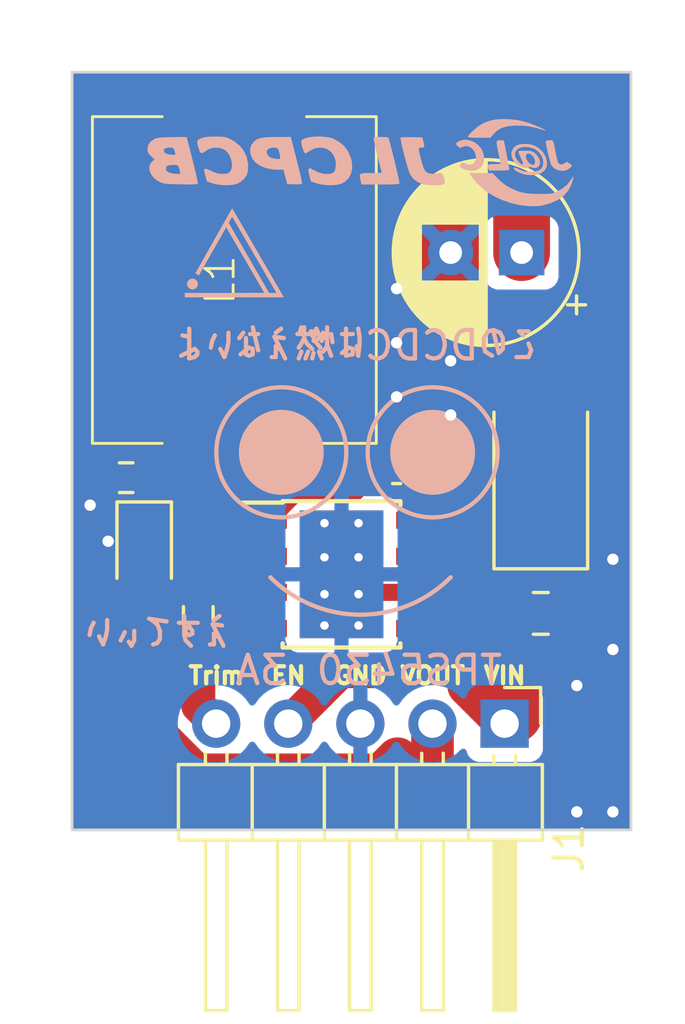
<source format=kicad_pcb>
(kicad_pcb (version 20221018) (generator pcbnew)
  (layers (0 "F.Cu" signal) (31 "B.Cu" signal) (34 "B.Paste" user) (35 "F.Paste" user) (36 "B.SilkS" user "B.Silkscreen") (37 "F.SilkS" user "F.Silkscreen") (38 "B.Mask" user) (39 "F.Mask" user) (44 "Edge.Cuts" user))
  (net 0 "")
  (net 1 "VDD")
  (net 2 "GND")
  (net 3 "Net-(U1-BOOT)")
  (net 4 "Net-(D1-K)")
  (net 5 "VOUT")
  (net 6 "Net-(D2-K)")
  (net 7 "EN")
  (net 10 "Trim")
  (footprint "Diode_SMD:D_SMA" (layer "F.Cu") (at 119.38 69.215 90)
    (fp_text reference "D1" hide)
    (fp_text value "SS34" hide)
    (pad "1" smd roundrect (at -2 0 90) (size 2.5 1.8) (layers "F.Cu" "F.Paste" "F.Mask") (roundrect_rratio 0.1388888889) (net 4 "Net-(D1-K)"))
    (pad "2" smd roundrect (at 2 0 90) (size 2.5 1.8) (layers "F.Cu" "F.Paste" "F.Mask") (roundrect_rratio 0.1388888889) (net 2 "GND"))
  )
  (footprint "Package_SO:TI_SO-PowerPAD-8_ThermalVias" (layer "F.Cu") (at 112.36 72.92)
    (fp_text reference "U1" hide)
    (fp_text value "TPS5430DDA" hide)
    (pad "1" smd rect (at -2.7 -1.905) (size 1.55 0.6) (layers "F.Cu" "F.Paste" "F.Mask") (net 3 "Net-(U1-BOOT)"))
    (pad "2" smd rect (at -2.7 -0.635) (size 1.55 0.6) (layers "F.Cu" "F.Paste" "F.Mask"))
    (pad "3" smd rect (at -2.7 0.635) (size 1.55 0.6) (layers "F.Cu" "F.Paste" "F.Mask"))
    (pad "4" smd rect (at -2.7 1.905) (size 1.55 0.6) (layers "F.Cu" "F.Paste" "F.Mask") (net 10 "Trim"))
    (pad "5" smd rect (at 2.7 1.905) (size 1.55 0.6) (layers "F.Cu" "F.Paste" "F.Mask") (net 7 "EN"))
    (pad "6" smd rect (at 2.7 0.635) (size 1.55 0.6) (layers "F.Cu" "F.Paste" "F.Mask") (net 2 "GND"))
    (pad "7" smd rect (at 2.7 -0.635) (size 1.55 0.6) (layers "F.Cu" "F.Paste" "F.Mask") (net 1 "VDD"))
    (pad "8" smd rect (at 2.7 -1.905) (size 1.55 0.6) (layers "F.Cu" "F.Paste" "F.Mask") (net 4 "Net-(D1-K)"))
    (pad "9" thru_hole circle (at -0.6 -1.8) (size 0.6 0.6) (drill 0.3) (layers "*.Cu") (net 2 "GND"))
    (pad "9" thru_hole circle (at -0.6 -0.6) (size 0.6 0.6) (drill 0.3) (layers "*.Cu") (net 2 "GND"))
    (pad "9" thru_hole circle (at -0.6 0.7) (size 0.6 0.6) (drill 0.3) (layers "*.Cu") (net 2 "GND"))
    (pad "9" thru_hole circle (at -0.6 1.8) (size 0.6 0.6) (drill 0.3) (layers "*.Cu") (net 2 "GND"))
    (pad "9" smd rect (at 0 0) (size 2.6 3.1) (layers "F.Cu" "F.Paste" "F.Mask") (net 2 "GND"))
    (pad "9" smd rect (at 0 0) (size 2.95 4.5) (layers "F.Cu") (net 2 "GND"))
    (pad "9" smd rect (at 0 0) (size 2.95 4.5) (layers "B.Cu") (net 2 "GND"))
    (pad "9" thru_hole circle (at 0.6 -1.8) (size 0.6 0.6) (drill 0.3) (layers "*.Cu") (net 2 "GND"))
    (pad "9" thru_hole circle (at 0.6 -0.6) (size 0.6 0.6) (drill 0.3) (layers "*.Cu") (net 2 "GND"))
    (pad "9" thru_hole circle (at 0.6 0.7) (size 0.6 0.6) (drill 0.3) (layers "*.Cu") (net 2 "GND"))
    (pad "9" thru_hole circle (at 0.6 1.8) (size 0.6 0.6) (drill 0.3) (layers "*.Cu") (net 2 "GND"))
  )
  (footprint "Capacitor_SMD:C_0805_2012Metric" (layer "F.Cu") (at 119.38 74.295)
    (fp_text reference "C1" hide)
    (fp_text value "10u" hide)
    (pad "1" smd roundrect (at -0.95 0) (size 1 1.45) (layers "F.Cu" "F.Paste" "F.Mask") (net 1 "VDD"))
    (pad "2" smd roundrect (at 0.95 0) (size 1 1.45) (layers "F.Cu" "F.Paste" "F.Mask") (net 2 "GND"))
  )
  (footprint "Resistor_SMD:R_0603_1608Metric" (layer "F.Cu") (at 107.315 74.295 -90)
    (fp_text reference "R1" hide)
    (fp_text value "10k" hide)
    (pad "1" smd roundrect (at -0.825 0 270) (size 0.8 0.95) (layers "F.Cu" "F.Paste" "F.Mask") (net 5 "VOUT"))
    (pad "2" smd roundrect (at 0.825 0 270) (size 0.8 0.95) (layers "F.Cu" "F.Paste" "F.Mask") (net 10 "Trim"))
  )
  (footprint "Capacitor_SMD:C_0603_1608Metric" (layer "F.Cu") (at 114.3 69.215)
    (fp_text reference "C2" hide)
    (fp_text value "0.01u" hide)
    (pad "1" smd roundrect (at -0.775 0) (size 0.9 0.95) (layers "F.Cu" "F.Paste" "F.Mask") (net 3 "Net-(U1-BOOT)"))
    (pad "2" smd roundrect (at 0.775 0) (size 0.9 0.95) (layers "F.Cu" "F.Paste" "F.Mask") (net 4 "Net-(D1-K)"))
  )
  (footprint "LED_SMD:LED_0805_2012Metric" (layer "F.Cu") (at 105.41 72.0575 -90)
    (fp_text reference "D2" hide)
    (fp_text value "LED_green" hide)
    (pad "1" smd roundrect (at -0.9375 0 270) (size 0.975 1.4) (layers "F.Cu" "F.Paste" "F.Mask") (net 6 "Net-(D2-K)"))
    (pad "2" smd roundrect (at 0.9375 0 270) (size 0.975 1.4) (layers "F.Cu" "F.Paste" "F.Mask") (net 5 "VOUT"))
  )
  (footprint "Resistor_SMD:R_0603_1608Metric" (layer "F.Cu") (at 104.775 69.5175 180)
    (fp_text reference "R2" hide)
    (fp_text value "470" hide)
    (pad "1" smd roundrect (at -0.825 0 180) (size 0.8 0.95) (layers "F.Cu" "F.Paste" "F.Mask") (net 6 "Net-(D2-K)"))
    (pad "2" smd roundrect (at 0.825 0 180) (size 0.8 0.95) (layers "F.Cu" "F.Paste" "F.Mask") (net 2 "GND"))
  )
  (footprint "LCSC:FXL1040-220-M" (layer "F.Cu") (at 108.585 62.56 90)
    (fp_text reference "L1" (at 0 -0.5 90 unlocked) (layer "F.SilkS") (effects (font (thickness 0.1))))
    (fp_text value "22u")
    (pad "1" smd roundrect (at 4.75 0 90) (size 4.1 4.1) (layers "F.Cu" "F.Paste" "F.Mask") (net 4 "Net-(D1-K)"))
    (pad "2" smd roundrect (at -4.75 0 90) (size 4.1 4.1) (layers "F.Cu" "F.Paste" "F.Mask") (net 5 "VOUT"))
  )
  (footprint "Capacitor_THT:CP_Radial_D6.3mm_P2.50mm" (layer "F.Cu") (at 118.705 61.595 180)
    (fp_text reference "C3" hide)
    (fp_text value "220u" hide)
    (pad "1" thru_hole rect (at 0 0 180) (size 1.6 1.6) (drill 0.8) (layers "*.Cu" "*.Mask") (net 5 "VOUT"))
    (pad "2" thru_hole circle (at 2.5 0 180) (size 1.6 1.6) (drill 0.8) (layers "*.Cu" "*.Mask") (net 2 "GND"))
  )
  (footprint "Connector_PinHeader_2.54mm:PinHeader_1x05_P2.54mm_Horizontal" (layer "F.Cu") (at 118.105 78.175 -90)
    (fp_text reference "J1" (at 4.385 -2.27 90) (layer "F.SilkS"))
    (fp_text value "Conn_01x05")
    (pad "1" thru_hole rect (at 0 0 270) (size 1.7 1.7) (drill 1) (layers "*.Cu" "*.Mask") (net 1 "VDD"))
    (pad "2" thru_hole oval (at 0 2.54 270) (size 1.7 1.7) (drill 1) (layers "*.Cu" "*.Mask") (net 5 "VOUT"))
    (pad "3" thru_hole oval (at 0 5.08 270) (size 1.7 1.7) (drill 1) (layers "*.Cu" "*.Mask") (net 2 "GND"))
    (pad "4" thru_hole oval (at 0 7.62 270) (size 1.7 1.7) (drill 1) (layers "*.Cu" "*.Mask") (net 7 "EN"))
    (pad "5" thru_hole oval (at 0 10.16 270) (size 1.7 1.7) (drill 1) (layers "*.Cu" "*.Mask") (net 10 "Trim"))
  )
  (footprint "logo:jlcpcb_logo" (layer "B.Cu") (at 113.03 58.42 180)
    (fp_text reference "G***" hide)
    (fp_text value "LOGO" hide)
  )
  (footprint "logo:tuton_logo_small" (layer "B.Cu") (at 108.585 61.595 180)
    (fp_text reference "G***" hide)
    (fp_text value "LOGO" hide)
  )
  (gr_circle (center 115.57 68.625128) (end 114.3 70.530128) (stroke (width 0.15)) (fill none) (layer "B.SilkS"))
  (gr_circle (center 115.57 68.625128) (end 114.150097 68.625128) (stroke (width 0.15)) (fill solid) (layer "B.SilkS"))
  (gr_circle (center 110.239525 68.625128) (end 108.969525 70.530128) (stroke (width 0.15)) (fill none) (layer "B.SilkS"))
  (gr_arc (start 116.205 73.025) (mid 113.03 74.340128) (end 109.855 73.025) (stroke (width 0.15)) (layer "B.SilkS"))
  (gr_circle (center 110.239525 68.625128) (end 108.819622 68.625128) (stroke (width 0.15)) (fill solid) (layer "B.SilkS"))
  (gr_rect (start 102.87 55.245) (end 122.555 81.915) (stroke (width 0.1)) (fill none) (layer "Edge.Cuts"))
  (gr_text "えすてぃい" (at 108.585 75.565) (layer "B.SilkS") (effects (font (size 1 1)) (justify left bottom mirror)))
  (gr_text "このDCDCは燃えないよ\n" (at 119.38 65.450128) (layer "B.SilkS") (effects (font (size 1 1)) (justify left bottom mirror)))
  (gr_text "TPS5430　3A\n" (at 118.11 76.880128) (layer "B.SilkS") (effects (font (size 1 1)) (justify left bottom mirror)))
  (gr_text "EN" (at 110.49 76.835) (layer "F.SilkS") (effects (font (size 0.6 0.6)) (justify bottom)))
  (gr_text "VIN" (at 118.11 76.835) (layer "F.SilkS") (effects (font (size 0.6 0.6)) (justify bottom)))
  (gr_text "Trim\n" (at 107.95 76.835) (layer "F.SilkS") (effects (font (size 0.6 0.6)) (justify bottom)))
  (gr_text "VOUT" (at 115.57 76.835) (layer "F.SilkS") (effects (font (size 0.6 0.6)) (justify bottom)))
  (gr_text "GND\n" (at 113.03 76.835) (layer "F.SilkS") (effects (font (size 0.6 0.6)) (justify bottom)))
  (segment (start 117.855 77.85) (end 116.84 76.835) (width 1.5) (layer "F.Cu") (net 1))
  (segment (start 118.43 77.85) (end 118.105 78.175) (width 1.5) (layer "F.Cu") (net 1))
  (segment (start 115.06 72.285) (end 116.42 72.285) (width 1.5) (layer "F.Cu") (net 1))
  (segment (start 116.84 76.835) (end 116.84 72.705) (width 1.5) (layer "F.Cu") (net 1))
  (segment (start 116.42 72.285) (end 118.43 74.295) (width 1.5) (layer "F.Cu") (net 1))
  (segment (start 118.43 77.85) (end 117.855 77.85) (width 1.5) (layer "F.Cu") (net 1))
  (segment (start 116.84 72.705) (end 116.42 72.285) (width 1.5) (layer "F.Cu") (net 1))
  (segment (start 118.43 74.295) (end 118.43 77.85) (width 2) (layer "F.Cu") (net 1))
  (segment (start 114.935 64.77) (end 114.3 65.405) (width 2.5) (layer "F.Cu") (net 2))
  (segment (start 114.935 62.865) (end 114.3 62.865) (width 2.5) (layer "F.Cu") (net 2))
  (segment (start 116.06 67.165) (end 116.205 67.31) (width 2.5) (layer "F.Cu") (net 2))
  (segment (start 103.95 69.5175) (end 103.95 70.04) (width 0.8) (layer "F.Cu") (net 2))
  (segment (start 114.3 66.04) (end 114.3 66.675) (width 2.5) (layer "F.Cu") (net 2))
  (segment (start 114.3 66.04) (end 117.855 66.04) (width 2.5) (layer "F.Cu") (net 2))
  (segment (start 114.935 64.77) (end 114.935 64.77) (width 2.5) (layer "F.Cu") (net 2))
  (segment (start 116.35 67.165) (end 119.03 67.165) (width 2.5) (layer "F.Cu") (net 2))
  (segment (start 119.03 67.215) (end 117.855 66.04) (width 2.5) (layer "F.Cu") (net 2))
  (segment (start 115.06 73.555) (end 113.025 73.555) (width 0.6) (layer "F.Cu") (net 2))
  (segment (start 114.3 64.135) (end 114.3 64.135) (width 2.5) (layer "F.Cu") (net 2))
  (segment (start 117.855 66.04) (end 116.205 64.39) (width 2.5) (layer "F.Cu") (net 2))
  (segment (start 114.79 67.165) (end 116.06 67.165) (width 2.5) (layer "F.Cu") (net 2))
  (segment (start 114.3 64.135) (end 114.3 64.77) (width 2.5) (layer "F.Cu") (net 2))
  (segment (start 116.205 67.31) (end 116.35 67.165) (width 2.5) (layer "F.Cu") (net 2))
  (segment (start 116.205 64.39) (end 116.205 61.595) (width 2.5) (layer "F.Cu") (net 2))
  (segment (start 114.3 66.675) (end 114.79 67.165) (width 2.5) (layer "F.Cu") (net 2))
  (segment (start 113.025 73.555) (end 112.96 73.62) (width 0.4) (layer "F.Cu") (net 2))
  (segment (start 114.3 64.77) (end 114.935 64.77) (width 2.5) (layer "F.Cu") (net 2))
  (segment (start 103.95 70.04) (end 103.505 70.485) (width 0.8) (layer "F.Cu") (net 2))
  (segment (start 119.03 67.165) (end 119.03 67.215) (width 2.5) (layer "F.Cu") (net 2))
  (segment (start 114.3 62.865) (end 114.3 64.135) (width 2.5) (layer "F.Cu") (net 2))
  (segment (start 114.3 65.405) (end 114.3 66.04) (width 2.5) (layer "F.Cu") (net 2))
  (via (at 116.205 65.405) (size 0.8) (drill 0.4) (layers "F.Cu" "B.Cu") (net 2))
  (via (at 121.92 81.28) (size 0.8) (drill 0.4) (layers "F.Cu" "B.Cu") (net 2))
  (via (at 114.3 66.675) (size 0.8) (drill 0.4) (layers "F.Cu" "B.Cu") (net 2))
  (via (at 114.3 62.865) (size 0.8) (drill 0.4) (layers "F.Cu" "B.Cu") (net 2))
  (via (at 120.65 76.835) (size 0.8) (drill 0.4) (layers "F.Cu" "B.Cu") (net 2))
  (via (at 103.505 70.485) (size 0.8) (drill 0.4) (layers "F.Cu" "B.Cu") (net 2))
  (via (at 121.92 75.565) (size 0.8) (drill 0.4) (layers "F.Cu" "B.Cu") (net 2))
  (via (at 116.205 67.31) (size 0.8) (drill 0.4) (layers "F.Cu" "B.Cu") (net 2))
  (via (at 121.92 72.39) (size 0.8) (drill 0.4) (layers "F.Cu" "B.Cu") (net 2))
  (via (at 114.3 64.77) (size 0.8) (drill 0.4) (layers "F.Cu" "B.Cu") (net 2))
  (via (at 120.65 81.28) (size 0.8) (drill 0.4) (layers "F.Cu" "B.Cu") (net 2))
  (via (at 104.14 71.755) (size 0.8) (drill 0.4) (layers "F.Cu" "B.Cu") (net 2))
  (segment (start 110.715 69.96) (end 109.66 71.015) (width 0.8) (layer "F.Cu") (net 3))
  (segment (start 112.78 69.96) (end 110.715 69.96) (width 0.8) (layer "F.Cu") (net 3))
  (segment (start 113.525 69.215) (end 112.78 69.96) (width 0.8) (layer "F.Cu") (net 3))
  (segment (start 115.075 70.72) (end 115.06 70.735) (width 1.2) (layer "F.Cu") (net 4))
  (segment (start 119.38 71.215) (end 118.9 70.735) (width 1.2) (layer "F.Cu") (net 4))
  (segment (start 109.855 57.785) (end 111.395 56.245) (width 2) (layer "F.Cu") (net 4))
  (segment (start 118.11 56.245) (end 121.48 59.615) (width 2) (layer "F.Cu") (net 4))
  (segment (start 111.395 56.245) (end 118.11 56.245) (width 2) (layer "F.Cu") (net 4))
  (segment (start 121.48 69.115) (end 119.38 71.215) (width 2) (layer "F.Cu") (net 4))
  (segment (start 118.9 70.735) (end 115.06 70.735) (width 1.2) (layer "F.Cu") (net 4))
  (segment (start 115.075 69.215) (end 115.075 70.72) (width 1.2) (layer "F.Cu") (net 4))
  (segment (start 109.855 57.81) (end 109.855 57.785) (width 2) (layer "F.Cu") (net 4))
  (segment (start 121.48 59.615) (end 121.48 69.115) (width 2) (layer "F.Cu") (net 4))
  (segment (start 109.855 67.31) (end 111.125 66.04) (width 0.4) (layer "F.Cu") (net 5))
  (segment (start 115.565 80.65) (end 115.05 81.165) (width 1.5) (layer "F.Cu") (net 5))
  (segment (start 105.41 77.832032) (end 105.765 78.187032) (width 1.5) (layer "F.Cu") (net 5))
  (segment (start 117.19873 58.445) (end 118.705 59.95127) (width 2) (layer "F.Cu") (net 5))
  (segment (start 105.765 78.187032) (end 105.765 78.540585) (width 1.5) (layer "F.Cu") (net 5))
  (segment (start 105.765 78.540585) (end 107.199415 79.975) (width 1.5) (layer "F.Cu") (net 5))
  (segment (start 109.22 61.06) (end 110.6525 61.06) (width 2) (layer "F.Cu") (net 5))
  (segment (start 107.315 73.47) (end 107.315 71.12) (width 1.5) (layer "F.Cu") (net 5))
  (segment (start 113.770585 79.975) (end 114.335293 79.410292) (width 1.5) (layer "F.Cu") (net 5))
  (segment (start 108.585 67.31) (end 105.41 67.31) (width 0.4) (layer "F.Cu") (net 5))
  (segment (start 115.565 78.175) (end 115.565 80.65) (width 1.5) (layer "F.Cu") (net 5))
  (segment (start 110.6525 61.06) (end 113.2675 58.445) (width 2) (layer "F.Cu") (net 5))
  (segment (start 107.315 71.12) (end 107.315 69.85) (width 1.5) (layer "F.Cu") (net 5))
  (segment (start 104.14 78.625) (end 104.14 74.265) (width 1.5) (layer "F.Cu") (net 5))
  (segment (start 107.315 69.85) (end 109.855 67.31) (width 1.5) (layer "F.Cu") (net 5))
  (segment (start 114.935001 80.01) (end 115.565 80.01) (width 1.5) (layer "F.Cu") (net 5))
  (segment (start 113.2675 58.445) (end 117.19873 58.445) (width 2) (layer "F.Cu") (net 5))
  (segment (start 108.585 67.31) (end 108.585 61.695) (width 2) (layer "F.Cu") (net 5))
  (segment (start 108.585 67.31) (end 109.855 67.31) (width 0.4) (layer "F.Cu") (net 5))
  (segment (start 108.585 67.31) (end 111.76 67.31) (width 0.4) (layer "F.Cu") (net 5))
  (segment (start 106.84 72.995) (end 107.315 73.47) (width 1.5) (layer "F.Cu") (net 5))
  (segment (start 106.109999 72.995) (end 107.315 71.789999) (width 1.5) (layer "F.Cu") (net 5))
  (segment (start 115.05 81.165) (end 106.68 81.165) (width 1.5) (layer "F.Cu") (net 5))
  (segment (start 107.315 71.789999) (end 107.315 71.12) (width 1.5) (layer "F.Cu") (net 5))
  (segment (start 105.41 72.995) (end 105.41 77.832032) (width 1.5) (layer "F.Cu") (net 5))
  (segment (start 107.199415 79.975) (end 113.770585 79.975) (width 1.5) (layer "F.Cu") (net 5))
  (segment (start 114.335293 79.410292) (end 114.935001 80.01) (width 1.5) (layer "F.Cu") (net 5))
  (segment (start 108.585 64.77) (end 111.125 62.23) (width 2) (layer "F.Cu") (net 5))
  (segment (start 107.315 67.31) (end 106.045 66.04) (width 0.4) (layer "F.Cu") (net 5))
  (segment (start 118.705 59.95127) (end 118.705 61.595) (width 2) (layer "F.Cu") (net 5))
  (segment (start 106.68 81.165) (end 104.14 78.625) (width 1.5) (layer "F.Cu") (net 5))
  (segment (start 108.585 61.695) (end 109.22 61.06) (width 2) (layer "F.Cu") (net 5))
  (segment (start 105.41 72.995) (end 106.109999 72.995) (width 1.5) (layer "F.Cu") (net 5))
  (segment (start 105.41 72.995) (end 106.84 72.995) (width 1.5) (layer "F.Cu") (net 5))
  (segment (start 108.585 67.31) (end 108.585 64.77) (width 2) (layer "F.Cu") (net 5))
  (segment (start 104.14 74.265) (end 105.41 72.995) (width 1.5) (layer "F.Cu") (net 5))
  (segment (start 105.41 69.7075) (end 105.6 69.5175) (width 1.2) (layer "F.Cu") (net 6))
  (segment (start 105.41 71.12) (end 105.41 69.7075) (width 1.2) (layer "F.Cu") (net 6))
  (segment (start 115.06 76.075) (end 115.06 74.825) (width 1.2) (layer "F.Cu") (net 7))
  (segment (start 110.485 78.175) (end 112.335 76.325) (width 1.2) (layer "F.Cu") (net 7))
  (segment (start 112.335 76.325) (end 114.81 76.325) (width 1.2) (layer "F.Cu") (net 7))
  (segment (start 114.81 76.325) (end 115.06 76.075) (width 1.2) (layer "F.Cu") (net 7))
  (segment (start 107.315 75.12) (end 107.315 77.545) (width 1.2) (layer "F.Cu") (net 10))
  (segment (start 109.66 74.825) (end 109.365 75.12) (width 1.2) (layer "F.Cu") (net 10))
  (segment (start 107.315 77.545) (end 107.945 78.175) (width 1.2) (layer "F.Cu") (net 10))
  (segment (start 109.365 75.12) (end 107.315 75.12) (width 1.2) (layer "F.Cu") (net 10))
  (zone (net 2) (net_name "GND") (layer "F.Cu") (priority 2) (connect_pads (clearance 0.5)) (min_thickness 0.25) (fill yes (thermal_gap 0.5) (thermal_bridge_width 0.5))
    (polygon (pts (xy 123.19 82.55) (xy 120.015 82.55) (xy 120.015 73.025) (xy 121.92 71.12) (xy 123.19 71.12)))
  )
  (zone (net 5) (net_name "VOUT") (layer "F.Cu") (connect_pads (clearance 0.5)) (min_thickness 0.25) (fill yes (thermal_gap 0.5) (thermal_bridge_width 0.5))
    (polygon (pts (xy 116.84 78.105) (xy 116.84 83.185) (xy 101.6 83.185) (xy 101.6 72.39) (xy 105.41 72.39) (xy 106.045 71.755) (xy 106.045 68.58) (xy 102.235 68.58) (xy 102.235 59.69) (xy 110.49 59.69) (xy 113.03 57.15) (xy 117.475 57.15) (xy 120.65 60.325) (xy 120.65 62.865) (xy 117.475 62.865) (xy 117.475 60.325) (xy 116.84 59.69) (xy 113.665 59.69) (xy 113.665 67.945) (xy 111.125 67.945) (xy 111.125 69.215) (xy 109.22 69.215) (xy 107.95 69.85) (xy 107.95 73.66) (xy 106.045 73.66) (xy 106.045 78.105)))
  )
  (zone (net 2) (net_name "GND") (layer "F.Cu") (priority 3) (connect_pads (clearance 0.5)) (min_thickness 0.25) (fill yes (thermal_gap 0.5) (thermal_bridge_width 0.5))
    (polygon (pts (xy 101.6 68.58) (xy 104.775 68.58) (xy 104.775 72.39) (xy 101.6 72.39)))
  )
  (zone (net 2) (net_name "GND") (layer "B.Cu") (priority 1) (connect_pads (clearance 0.5)) (min_thickness 0.25) (fill yes (thermal_gap 0.5) (thermal_bridge_width 0.5))
    (polygon (pts (xy 100.33 52.705) (xy 100.33 84.455) (xy 124.46 84.455) (xy 124.46 52.705)))
  )
)
</source>
